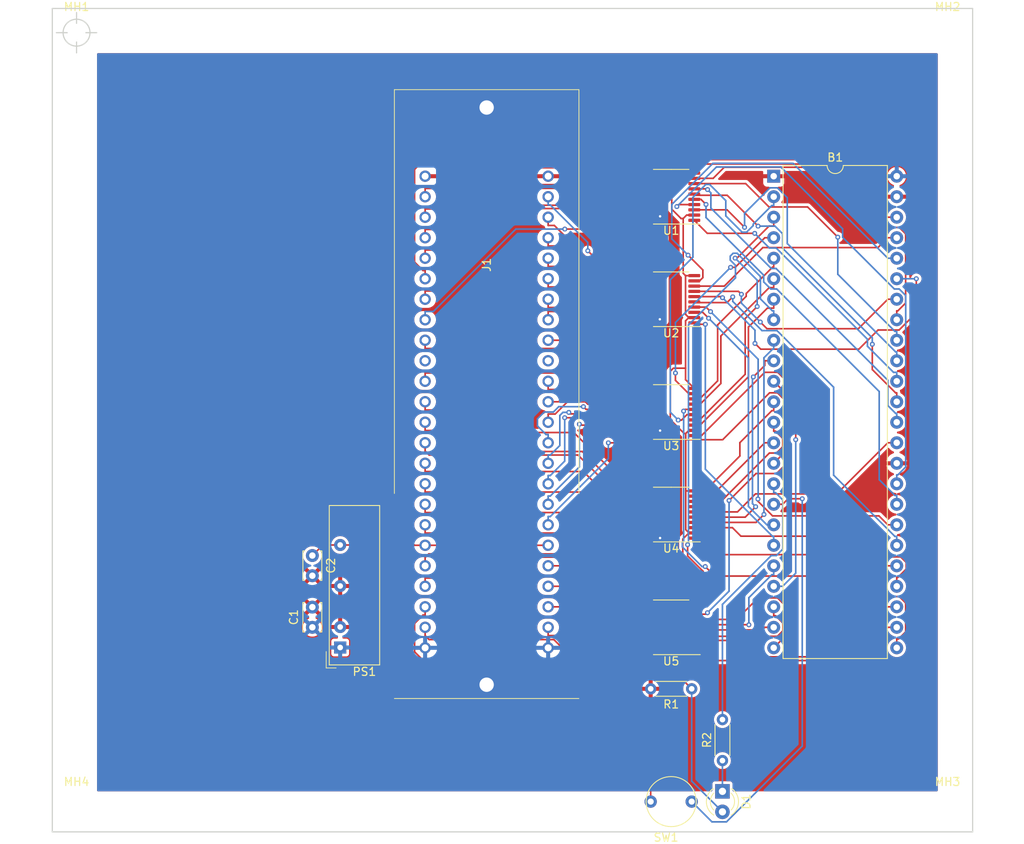
<source format=kicad_pcb>
(kicad_pcb (version 20221018) (generator pcbnew)
  (title_block (title "BionicBase Teensy 4.1 (Universal)") (company "Tadashi G. Takaoka"))
  (layers (0 "F.Cu" signal) (31 "B.Cu" signal) (34 "B.Paste" user) (35 "F.Paste" user) (36 "B.SilkS" user "B.Silkscreen") (37 "F.SilkS" user "F.Silkscreen") (38 "B.Mask" user) (39 "F.Mask" user) (44 "Edge.Cuts" user))
  (net 0 "")
  (net 1 "VCC")
  (net 2 "Net-(B1-P6.03)")
  (net 3 "Net-(B1-P6.02)")
  (net 4 "Net-(B1-P9.04)")
  (net 5 "Net-(B1-P9.05)")
  (net 6 "Net-(B1-P9.06)")
  (net 7 "Net-(B1-P9.08)")
  (net 8 "Net-(B1-P7.10)")
  (net 9 "Net-(B1-P7.17)")
  (net 10 "Net-(B1-P7.16)")
  (net 11 "Net-(B1-P7.11)")
  (net 12 "Net-(B1-P7.00)")
  (net 13 "Net-(B1-P7.02)")
  (net 14 "Net-(B1-P7.01)")
  (net 15 "+3.3V")
  (net 16 "Net-(B1-P6.30)")
  (net 17 "Net-(B1-P6.31)")
  (net 18 "Net-(B1-P8.18)")
  (net 19 "Net-(B1-P9.31)")
  (net 20 "Net-(B1-P8.23)")
  (net 21 "Net-(B1-P8.22)")
  (net 22 "Net-(B1-P7.12)")
  (net 23 "GND")
  (net 24 "Net-(B1-P9.07)")
  (net 25 "Net-(B1-P7.18)")
  (net 26 "Net-(B1-P7.19)")
  (net 27 "Net-(B1-P6.28)")
  (net 28 "Net-(B1-P6.29)")
  (net 29 "Net-(B1-P6.20)")
  (net 30 "Net-(B1-P6.21)")
  (net 31 "Net-(B1-P7.03{slash}LED)")
  (net 32 "Net-(B1-P6.18)")
  (net 33 "Net-(B1-P6.19)")
  (net 34 "Net-(B1-P6.23)")
  (net 35 "Net-(B1-P6.22)")
  (net 36 "Net-(B1-P6.17)")
  (net 37 "Net-(B1-P6.16)")
  (net 38 "Net-(B1-P6.26)")
  (net 39 "/P56")
  (net 40 "/P55")
  (net 41 "/P51")
  (net 42 "/P57")
  (net 43 "/P53")
  (net 44 "/P52")
  (net 45 "/P15")
  (net 46 "/P35")
  (net 47 "/P41")
  (net 48 "/P40")
  (net 49 "/P36")
  (net 50 "/P20")
  (net 51 "/P17")
  (net 52 "/P16")
  (net 53 "/P21")
  (net 54 "/P37")
  (net 55 "/P30")
  (net 56 "/P31")
  (net 57 "/P32")
  (net 58 "/P33")
  (net 59 "/P34")
  (net 60 "/P42")
  (net 61 "/P43")
  (net 62 "/P44")
  (net 63 "/P45")
  (net 64 "/P46")
  (net 65 "/P47")
  (net 66 "/P54")
  (net 67 "/P10")
  (net 68 "/P11")
  (net 69 "/P12")
  (net 70 "/P13")
  (net 71 "/P14")
  (net 72 "/P22")
  (net 73 "/P23")
  (net 74 "/P24")
  (net 75 "/P25")
  (net 76 "/P26")
  (net 77 "/P27")
  (net 78 "/P50")
  (net 79 "/~{USR_LED}")
  (net 80 "/~{USR_SW}")
  (net 81 "Net-(B1-P6.27)")
  (net 82 "Net-(B1-P6.24)")
  (net 83 "Net-(B1-P6.25)")
  (net 84 "Net-(D1-K)")
  (net 86 "/+15V")
  (net 88 "Net-(B1-P6.12)")
  (net 89 "Net-(B1-P6.13)")
  (footprint "MountingHole:MountingHole_2.2mm_M2" (layer "F.Cu") (at 183.5 44.6)
    (fp_text reference "MH2")
    (fp_text value "MountingHole_2.2mm_M2")
  )
  (footprint "MountingHole:MountingHole_2.2mm_M2" (layer "F.Cu") (at 183.5 140.6)
    (fp_text reference "MH3")
    (fp_text value "MountingHole_2.2mm_M2")
  )
  (footprint "MountingHole:MountingHole_2.2mm_M2" (layer "F.Cu") (at 75.6 140.6)
    (fp_text reference "MH4")
    (fp_text value "MountingHole_2.2mm_M2")
  )
  (footprint "MountingHole:MountingHole_2.2mm_M2" (layer "F.Cu") (at 75.6 44.6)
    (fp_text reference "MH1")
    (fp_text value "MountingHole_2.2mm_M2")
  )
  (footprint "Package_DIP:DIP-48_W15.24mm" (layer "F.Cu") (at 161.96 62.38)
    (fp_text reference "B1")
    (fp_text value "Teensy4.1")
  )
  (footprint "LED_THT:LED_D3.0mm" (layer "F.Cu") (at 155.61 138.58 -90)
    (fp_text reference "D1")
    (fp_text value "OSYL3131P")
  )
  (footprint "Resistor_THT:R_Axial_DIN0204_L3.6mm_D1.6mm_P5.08mm_Horizontal" (layer "F.Cu") (at 155.61 134.77 90)
    (fp_text reference "R2")
    (fp_text value "560")
  )
  (footprint "0-LocalLibrary:Tact_SW_6x6mm" (layer "F.Cu") (at 149.26 139.85 180)
    (fp_text reference "SW1")
    (fp_text value "Tact_SW")
  )
  (footprint "Resistor_THT:R_Axial_DIN0204_L3.6mm_D1.6mm_P5.08mm_Horizontal" (layer "F.Cu") (at 151.8 125.88 180)
    (fp_text reference "R1")
    (fp_text value "4.7k")
  )
  (footprint "Package_SO:TSSOP-20_4.4x6.5mm_P0.65mm" (layer "F.Cu") (at 149.26 91.59 180)
    (fp_text reference "U3")
    (fp_text value "TXS0108EPW")
  )
  (footprint "Package_SO:TSSOP-20_4.4x6.5mm_P0.65mm" (layer "F.Cu") (at 149.26 77.62 180)
    (fp_text reference "U2")
    (fp_text value "TXS0108EPW")
  )
  (footprint "0-LocalLibrary:Aries_ZIF_socket_DIP-48-pin" (layer "F.Cu") (at 126.4 76.35)
    (fp_text reference "J1")
    (fp_text value "Bionic_ZIF_Socket_48pin" hide)
  )
  (footprint "Package_SO:TSSOP-20_4.4x6.5mm_P0.65mm" (layer "F.Cu") (at 149.26 64.92 180)
    (fp_text reference "U1")
    (fp_text value "TXS0108EPW")
  )
  (footprint "Capacitor_THT:C_Disc_D3.4mm_W2.1mm_P2.50mm" (layer "F.Cu") (at 104.81 109.37 -90)
    (fp_text reference "C2")
    (fp_text value "1.0u")
  )
  (footprint "0-LocalLibrary:Converter_DCDC_Minmax_MAU100_THT" (layer "F.Cu") (at 108.2575 120.7625 180)
    (fp_text reference "PS1")
    (fp_text value "MAU105")
  )
  (footprint "Package_SO:TSSOP-20_4.4x6.5mm_P0.65mm" (layer "F.Cu") (at 149.26 118.26 180)
    (fp_text reference "U5")
    (fp_text value "TXS0108EPW")
  )
  (footprint "Package_SO:TSSOP-20_4.4x6.5mm_P0.65mm" (layer "F.Cu") (at 149.26 104.29 180)
    (fp_text reference "U4")
    (fp_text value "TXS0108EPW")
  )
  (footprint "Capacitor_THT:C_Disc_D3.4mm_W2.1mm_P2.50mm" (layer "F.Cu") (at 104.81 118.26 90)
    (fp_text reference "C1")
    (fp_text value "2.2u")
  )
  (gr_line (start 72.6 143.6) (end 72.6 41.6) (stroke (width 0.15)) (layer "Edge.Cuts"))
  (gr_line (start 72.6 41.6) (end 186.6 41.6) (stroke (width 0.15)) (layer "Edge.Cuts"))
  (gr_line (start 186.6 41.6) (end 186.6 143.6) (stroke (width 0.15)) (layer "Edge.Cuts"))
  (gr_line (start 186.6 143.6) (end 72.6 143.6) (stroke (width 0.15)) (layer "Edge.Cuts"))
  (target plus (at 75.6 44.6) (size 5) (width 0.15) (layer "Edge.Cuts"))
  (segment (start 147.8856 67.349) (end 147.7316 67.195) (width 0.2) (layer "F.Cu") (net 1))
  (segment (start 147.6465 79.895) (end 147.8552 80.1037) (width 0.2) (layer "F.Cu") (net 1))
  (segment (start 147.8856 107.2) (end 147.2506 106.565) (width 0.2) (layer "F.Cu") (net 1))
  (segment (start 147.7316 67.195) (end 146.3975 67.195) (width 0.2) (layer "F.Cu") (net 1))
  (segment (start 146.4242 93.8917) (end 146.3975 93.865) (width 0.2) (layer "F.Cu") (net 1))
  (segment (start 146.3975 79.895) (end 147.6465 79.895) (width 0.2) (layer "F.Cu") (net 1))
  (segment (start 147.2506 106.565) (end 146.3975 106.565) (width 0.2) (layer "F.Cu") (net 1))
  (segment (start 147.8856 93.8917) (end 146.4242 93.8917) (width 0.2) (layer "F.Cu") (net 1))
  (via (at 147.8856 67.349) (size 0.6) (drill 0.3) (layers "F.Cu" "B.Cu") (net 1))
  (via (at 147.8552 80.1037) (size 0.6) (drill 0.3) (layers "F.Cu" "B.Cu") (net 1))
  (via (at 147.8856 93.8917) (size 0.6) (drill 0.3) (layers "F.Cu" "B.Cu") (net 1))
  (via (at 147.8856 107.2) (size 0.6) (drill 0.3) (layers "F.Cu" "B.Cu") (net 1))
  (segment (start 150.5416 92.5896) (end 151.2162 91.915) (width 0.2) (layer "F.Cu") (net 2))
  (segment (start 150.1279 92.5896) (end 150.5416 92.5896) (width 0.2) (layer "F.Cu") (net 2))
  (segment (start 151.2162 91.915) (end 152.1225 91.915) (width 0.2) (layer "F.Cu") (net 2))
  (via (at 150.1279 92.5896) (size 0.6) (drill 0.3) (layers "F.Cu" "B.Cu") (net 2))
  (segment (start 150.1279 92.5896) (end 149.153 91.6147) (width 0.2) (layer "B.Cu") (net 2))
  (segment (start 154.015 63.3939) (end 156.0222 65.4011) (width 0.2) (layer "B.Cu") (net 2))
  (segment (start 159.4226 68.3154) (end 161.7161 66.0219) (width 0.2) (layer "B.Cu") (net 2))
  (segment (start 149.153 91.6147) (end 149.153 75.2096) (width 0.2) (layer "B.Cu") (net 2))
  (segment (start 149.153 75.2096) (end 151.9533 72.4093) (width 0.2) (layer "B.Cu") (net 2))
  (segment (start 156.0222 65.4011) (end 156.0222 67.293) (width 0.2) (layer "B.Cu") (net 2))
  (segment (start 158.0421 69.3129) (end 158.6035 69.3129) (width 0.2) (layer "B.Cu") (net 2))
  (segment (start 161.7161 66.0219) (end 161.96 66.0219) (width 0.2) (layer "B.Cu") (net 2))
  (segment (start 158.6035 69.3129) (end 159.4226 68.4938) (width 0.2) (layer "B.Cu") (net 2))
  (segment (start 153.5554 63.3939) (end 154.015 63.3939) (width 0.2) (layer "B.Cu") (net 2))
  (segment (start 156.0222 67.293) (end 158.0421 69.3129) (width 0.2) (layer "B.Cu") (net 2))
  (segment (start 151.9533 64.996) (end 153.5554 63.3939) (width 0.2) (layer "B.Cu") (net 2))
  (segment (start 159.4226 68.4938) (end 159.4226 68.3154) (width 0.2) (layer "B.Cu") (net 2))
  (segment (start 161.96 64.92) (end 161.96 66.0219) (width 0.2) (layer "B.Cu") (net 2))
  (segment (start 151.9533 72.4093) (end 151.9533 64.996) (width 0.2) (layer "B.Cu") (net 2))
  (segment (start 161.96 68.5619) (end 161.3748 68.5619) (width 0.2) (layer "F.Cu") (net 3))
  (segment (start 159.9134 78.5225) (end 158.427 80.0089) (width 0.2) (layer "F.Cu") (net 3))
  (segment (start 158.427 86.917) (end 152.779 92.565) (width 0.2) (layer "F.Cu") (net 3))
  (segment (start 157.4099 72.5268) (end 157.1828 72.5268) (width 0.2) (layer "F.Cu") (net 3))
  (segment (start 152.779 92.565) (end 152.1225 92.565) (width 0.2) (layer "F.Cu") (net 3))
  (segment (start 161.96 67.46) (end 161.96 68.5619) (width 0.2) (layer "F.Cu") (net 3))
  (segment (start 161.3748 68.5619) (end 157.4099 72.5268) (width 0.2) (layer "F.Cu") (net 3))
  (segment (start 158.427 80.0089) (end 158.427 86.917) (width 0.2) (layer "F.Cu") (net 3))
  (via (at 157.1828 72.5268) (size 0.6) (drill 0.3) (layers "F.Cu" "B.Cu") (net 3))
  (via (at 159.9134 78.5225) (size 0.6) (drill 0.3) (layers "F.Cu" "B.Cu") (net 3))
  (segment (start 159.9134 75.2574) (end 157.1828 72.5268) (width 0.2) (layer "B.Cu") (net 3))
  (segment (start 159.9134 78.5225) (end 159.9134 75.2574) (width 0.2) (layer "B.Cu") (net 3))
  (segment (start 152.1225 89.315) (end 151.4349 89.315) (width 0.2) (layer "F.Cu") (net 4))
  (segment (start 157.1903 73.6678) (end 156.6212 73.6678) (width 0.2) (layer "F.Cu") (net 4))
  (segment (start 149.7876 87.6677) (end 149.7876 86.7616) (width 0.2) (layer "F.Cu") (net 4))
  (segment (start 151.4349 89.315) (end 149.7876 87.6677) (width 0.2) (layer "F.Cu") (net 4))
  (segment (start 161.96 70) (end 160.8581 70) (width 0.2) (layer "F.Cu") (net 4))
  (segment (start 160.8581 70) (end 157.1903 73.6678) (width 0.2) (layer "F.Cu") (net 4))
  (via (at 156.6212 73.6678) (size 0.6) (drill 0.3) (layers "F.Cu" "B.Cu") (net 4))
  (via (at 149.7876 86.7616) (size 0.6) (drill 0.3) (layers "F.Cu" "B.Cu") (net 4))
  (segment (start 149.7876 80.5014) (end 156.6212 73.6678) (width 0.2) (layer "B.Cu") (net 4))
  (segment (start 149.7876 86.7616) (end 149.7876 80.5014) (width 0.2) (layer "B.Cu") (net 4))
  (segment (start 152.1225 89.965) (end 152.781 89.965) (width 0.2) (layer "F.Cu") (net 5))
  (segment (start 152.781 89.965) (end 155.0136 87.7324) (width 0.2) (layer "F.Cu") (net 5))
  (segment (start 161.8223 73.6419) (end 161.96 73.6419) (width 0.2) (layer "F.Cu") (net 5))
  (segment (start 158.5565 77.2538) (end 158.5565 76.9077) (width 0.2) (layer "F.Cu") (net 5))
  (segment (start 158.5565 76.9077) (end 161.8223 73.6419) (width 0.2) (layer "F.Cu") (net 5))
  (segment (start 155.0136 87.7324) (end 155.0136 80.7967) (width 0.2) (layer "F.Cu") (net 5))
  (segment (start 155.0136 80.7967) (end 158.5565 77.2538) (width 0.2) (layer "F.Cu") (net 5))
  (segment (start 161.96 72.54) (end 161.96 73.6419) (width 0.2) (layer "F.Cu") (net 5))
  (segment (start 155.4155 82.1693) (end 155.4155 88.05) (width 0.2) (layer "F.Cu") (net 6))
  (segment (start 161.96 75.08) (end 161.96 76.1819) (width 0.2) (layer "F.Cu") (net 6))
  (segment (start 161.96 76.1819) (end 161.4029 76.1819) (width 0.2) (layer "F.Cu") (net 6))
  (segment (start 155.4155 88.05) (end 152.8505 90.615) (width 0.2) (layer "F.Cu") (net 6))
  (segment (start 161.4029 76.1819) (end 155.4155 82.1693) (width 0.2) (layer "F.Cu") (net 6))
  (segment (start 152.8505 90.615) (end 152.1225 90.615) (width 0.2) (layer "F.Cu") (net 6))
  (segment (start 161.96 78.7219) (end 161.1717 78.7219) (width 0.2) (layer "F.Cu") (net 7))
  (segment (start 158.8289 81.0647) (end 158.8289 87.2222) (width 0.2) (layer "F.Cu") (net 7))
  (segment (start 161.1717 78.7219) (end 158.8289 81.0647) (width 0.2) (layer "F.Cu") (net 7))
  (segment (start 152.8361 93.215) (end 152.1225 93.215) (width 0.2) (layer "F.Cu") (net 7))
  (segment (start 161.96 77.62) (end 161.96 78.7219) (width 0.2) (layer "F.Cu") (net 7))
  (segment (start 158.8289 87.2222) (end 152.8361 93.215) (width 0.2) (layer "F.Cu") (net 7))
  (segment (start 151.2978 108.0243) (end 151.2978 109.4065) (width 0.2) (layer "F.Cu") (net 8))
  (segment (start 152.8113 115.985) (end 152.1225 115.985) (width 0.2) (layer "F.Cu") (net 8))
  (segment (start 153.2068 115.5895) (end 152.8113 115.985) (width 0.2) (layer "F.Cu") (net 8))
  (segment (start 151.2978 109.4065) (end 153.2068 111.3155) (width 0.2) (layer "F.Cu") (net 8))
  (segment (start 153.2068 111.3155) (end 153.2068 115.5895) (width 0.2) (layer "F.Cu") (net 8))
  (via (at 151.2978 108.0243) (size 0.6) (drill 0.3) (layers "F.Cu" "B.Cu") (net 8))
  (segment (start 151.4044 107.9177) (end 151.2978 108.0243) (width 0.2) (layer "B.Cu") (net 8))
  (segment (start 157.225 73.4204) (end 157.225 74.9758) (width 0.2) (layer "B.Cu") (net 8))
  (segment (start 161.96 79.0581) (end 161.7951 79.0581) (width 0.2) (layer "B.Cu") (net 8))
  (segment (start 157.4321 71.9249) (end 156.9336 71.9249) (width 0.2) (layer "B.Cu") (net 8))
  (segment (start 157.225 74.9758) (end 151.4044 80.7964) (width 0.2) (layer "B.Cu") (net 8))
  (segment (start 156.5784 72.7738) (end 157.225 73.4204) (width 0.2) (layer "B.Cu") (net 8))
  (segment (start 156.9336 71.9249) (end 156.5784 72.2801) (width 0.2) (layer "B.Cu") (net 8))
  (segment (start 151.4044 80.7964) (end 151.4044 107.9177) (width 0.2) (layer "B.Cu") (net 8))
  (segment (start 160.3153 74.8081) (end 157.4321 71.9249) (width 0.2) (layer "B.Cu") (net 8))
  (segment (start 161.7951 79.0581) (end 160.3153 77.5783) (width 0.2) (layer "B.Cu") (net 8))
  (segment (start 160.3153 77.5783) (end 160.3153 74.8081) (width 0.2) (layer "B.Cu") (net 8))
  (segment (start 161.96 80.16) (end 161.96 79.0581) (width 0.2) (layer "B.Cu") (net 8))
  (segment (start 156.5784 72.2801) (end 156.5784 72.7738) (width 0.2) (layer "B.Cu") (net 8))
  (segment (start 152.1225 105.265) (end 159.7664 105.265) (width 0.2) (layer "F.Cu") (net 9))
  (segment (start 159.7664 105.265) (end 160.7526 104.2788) (width 0.2) (layer "F.Cu") (net 9))
  (via (at 160.7526 104.2788) (size 0.6) (drill 0.3) (layers "F.Cu" "B.Cu") (net 9))
  (segment (start 160.7526 84.8716) (end 160.7526 104.2788) (width 0.2) (layer "B.Cu") (net 9))
  (segment (start 161.96 82.7) (end 161.96 83.8019) (width 0.2) (layer "B.Cu") (net 9))
  (segment (start 161.96 83.8019) (end 161.8223 83.8019) (width 0.2) (layer "B.Cu") (net 9))
  (segment (start 161.8223 83.8019) (end 160.7526 84.8716) (width 0.2) (layer "B.Cu") (net 9))
  (segment (start 158.4338 104.615) (end 159.7238 103.325) (width 0.2) (layer "F.Cu") (net 10))
  (segment (start 152.1225 104.615) (end 158.4338 104.615) (width 0.2) (layer "F.Cu") (net 10))
  (segment (start 160.8581 85.8171) (end 160.8581 85.24) (width 0.2) (layer "F.Cu") (net 10))
  (segment (start 161.96 85.24) (end 160.8581 85.24) (width 0.2) (layer "F.Cu") (net 10))
  (segment (start 159.4308 87.2444) (end 160.8581 85.8171) (width 0.2) (layer "F.Cu") (net 10))
  (via (at 159.4308 87.2444) (size 0.6) (drill 0.3) (layers "F.Cu" "B.Cu") (net 10))
  (via (at 159.7238 103.325) (size 0.6) (drill 0.3) (layers "F.Cu" "B.Cu") (net 10))
  (segment (start 159.7238 103.325) (end 159.3308 102.932) (width 0.2) (layer "B.Cu") (net 10))
  (segment (start 159.3308 102.932) (end 159.3308 87.3444) (width 0.2) (layer "B.Cu") (net 10))
  (segment (start 159.3308 87.3444) (end 159.4308 87.2444) (width 0.2) (layer "B.Cu") (net 10))
  (segment (start 153.5737 116.635) (end 153.7513 116.4574) (width 0.2) (layer "F.Cu") (net 11))
  (segment (start 156.43 102.5498) (end 159.7698 99.21) (width 0.2) (layer "F.Cu") (net 11))
  (segment (start 159.7698 99.21) (end 162.311 99.21) (width 0.2) (layer "F.Cu") (net 11))
  (segment (start 163.9383 97.5827) (end 163.9383 89.7583) (width 0.2) (layer "F.Cu") (net 11))
  (segment (start 163.9383 89.7583) (end 161.96 87.78) (width 0.2) (layer "F.Cu") (net 11))
  (segment (start 152.1225 116.635) (end 153.5737 116.635) (width 0.2) (layer "F.Cu") (net 11))
  (segment (start 162.311 99.21) (end 163.9383 97.5827) (width 0.2) (layer "F.Cu") (net 11))
  (via (at 153.7513 116.4574) (size 0.6) (drill 0.3) (layers "F.Cu" "B.Cu") (net 11))
  (via (at 156.43 102.5498) (size 0.6) (drill 0.3) (layers "F.Cu" "B.Cu") (net 11))
  (segment (start 153.7513 116.4574) (end 156.43 113.7787) (width 0.2) (layer "B.Cu") (net 11))
  (segment (start 156.43 113.7787) (end 156.43 102.5498) (width 0.2) (layer "B.Cu") (net 11))
  (segment (start 157.7701 97.0364) (end 157.7701 95.3834) (width 0.2) (layer "F.Cu") (net 12))
  (segment (start 152.7915 102.015) (end 157.7701 97.0364) (width 0.2) (layer "F.Cu") (net 12))
  (segment (start 157.7701 95.3834) (end 161.7316 91.4219) (width 0.2) (layer "F.Cu") (net 12))
  (segment (start 161.7316 91.4219) (end 161.96 91.4219) (width 0.2) (layer "F.Cu") (net 12))
  (segment (start 161.96 90.32) (end 161.96 91.4219) (width 0.2) (layer "F.Cu") (net 12))
  (segment (start 152.1225 102.015) (end 152.7915 102.015) (width 0.2) (layer "F.Cu") (net 12))
  (segment (start 161.96 93.9619) (end 162.1883 93.9619) (width 0.2) (layer "F.Cu") (net 13))
  (segment (start 161.96 92.86) (end 161.96 93.9619) (width 0.2) (layer "F.Cu") (net 13))
  (segment (start 163.0752 94.8488) (end 163.0752 95.9015) (width 0.2) (layer "F.Cu") (net 13))
  (segment (start 154.7828 103.315) (end 152.1225 103.315) (width 0.2) (layer "F.Cu") (net 13))
  (segment (start 162.3067 96.67) (end 161.4278 96.67) (width 0.2) (layer "F.Cu") (net 13))
  (segment (start 161.4278 96.67) (end 154.7828 103.315) (width 0.2) (layer "F.Cu") (net 13))
  (segment (start 162.1883 93.9619) (end 163.0752 94.8488) (width 0.2) (layer "F.Cu") (net 13))
  (segment (start 163.0752 95.9015) (end 162.3067 96.67) (width 0.2) (layer "F.Cu") (net 13))
  (segment (start 153.5931 102.665) (end 152.1225 102.665) (width 0.2) (layer "F.Cu") (net 14))
  (segment (start 160.8581 95.4) (end 153.5931 102.665) (width 0.2) (layer "F.Cu") (net 14))
  (segment (start 161.96 95.4) (end 160.8581 95.4) (width 0.2) (layer "F.Cu") (net 14))
  (segment (start 151.4398 61.995) (end 149.3307 64.1041) (width 0.2) (layer "F.Cu") (net 15))
  (segment (start 152.1225 61.995) (end 153.2457 60.8718) (width 0.2) (layer "F.Cu") (net 15))
  (segment (start 151.1754 67.195) (end 152.1225 67.195) (width 0.2) (layer "F.Cu") (net 15))
  (segment (start 149.1511 92.5307) (end 149.1511 86.542) (width 0.2) (layer "F.Cu") (net 15))
  (segment (start 151.0642 95.0207) (end 151.0642 94.2516) (width 0.2) (layer "F.Cu") (net 15))
  (segment (start 151.7691 114.9816) (end 151.0827 115.668) (width 0.2) (layer "F.Cu") (net 15))
  (segment (start 152.1225 79.895) (end 151.4428 79.895) (width 0.2) (layer "F.Cu") (net 15))
  (segment (start 161.4493 89.2112) (end 162.4293 89.2112) (width 0.2) (layer "F.Cu") (net 15))
  (segment (start 151.0642 94.2516) (end 151.4508 93.865) (width 0.2) (layer "F.Cu") (net 15))
  (segment (start 151.0387 79.4909) (end 151.0387 74.695) (width 0.2) (layer "F.Cu") (net 15))
  (segment (start 151.0498 120.9196) (end 151.4344 120.535) (width 0.2) (layer "F.Cu") (net 15))
  (segment (start 151.0642 101.365) (end 151.0642 106.168) (width 0.2) (layer "F.Cu") (net 15))
  (segment (start 152.1225 106.565) (end 151.4612 106.565) (width 0.2) (layer "F.Cu") (net 15))
  (segment (start 152.1225 61.995) (end 151.4398 61.995) (width 0.2) (layer "F.Cu") (net 15))
  (segment (start 153.2457 60.8718) (end 169.5099 60.8718) (width 0.2) (layer "F.Cu") (net 15))
  (segment (start 151.0827 115.668) (end 151.0827 120.1833) (width 0.2) (layer "F.Cu") (net 15))
  (segment (start 151.4344 120.535) (end 152.1225 120.535) (width 0.2) (layer "F.Cu") (net 15))
  (segment (start 177.2 67.46) (end 176.0981 67.46) (width 0.2) (layer "F.Cu") (net 15))
  (segment (start 151.0498 125.1298) (end 151.0498 120.9196) (width 0.2) (layer "F.Cu") (net 15))
  (segment (start 151.0642 95.0207) (end 155.6398 95.0207) (width 0.2) (layer "F.Cu") (net 15))
  (segment (start 150.6959 113.9084) (end 151.7691 114.9816) (width 0.2) (layer "F.Cu") (net 15))
  (segment (start 169.5099 60.8718) (end 176.0981 67.46) (width 0.2) (layer "F.Cu") (net 15))
  (segment (start 151.0642 101.365) (end 151.0642 95.0207) (width 0.2) (layer "F.Cu") (net 15))
  (segment (start 151.0387 74.695) (end 152.1225 74.695) (width 0.2) (layer "F.Cu") (net 15))
  (segment (start 151.0425 87.585) (end 152.1225 88.665) (width 0.2) (layer "F.Cu") (net 15))
  (segment (start 149.1511 86.542) (end 149.5335 86.1596) (width 0.2) (layer "F.Cu") (net 15))
  (segment (start 151.7691 114.9816) (end 152.1225 115.335) (width 0.2) (layer "F.Cu") (net 15))
  (segment (start 149.3307 64.1041) (end 149.3307 66.4659) (width 0.2) (layer "F.Cu") (net 15))
  (segment (start 151.0642 94.2516) (end 150.872 94.2516) (width 0.2) (layer "F.Cu") (net 15))
  (segment (start 151.4428 79.895) (end 151.0387 79.4909) (width 0.2) (layer "F.Cu") (net 15))
  (segment (start 151.4508 93.865) (end 152.1225 93.865) (width 0.2) (layer "F.Cu") (net 15))
  (segment (start 149.3307 66.4659) (end 150.4857 67.6209) (width 0.2) (layer "F.Cu") (net 15))
  (segment (start 150.6959 107.3303) (end 150.6959 113.9084) (width 0.2) (layer "F.Cu") (net 15))
  (segment (start 155.6398 95.0207) (end 161.4493 89.2112) (width 0.2) (layer "F.Cu") (net 15))
  (segment (start 162.4293 89.2112) (end 163.5146 90.2965) (width 0.2) (layer "F.Cu") (net 15))
  (segment (start 150.4857 67.6209) (end 150.7495 67.6209) (width 0.2) (layer "F.Cu") (net 15))
  (segment (start 163.5146 90.2965) (end 163.5146 96.3854) (width 0.2) (layer "F.Cu") (net 15))
  (segment (start 151.0642 106.168) (end 151.4612 106.565) (width 0.2) (layer "F.Cu") (net 15))
  (segment (start 150.7495 74.4058) (end 151.0387 74.695) (width 0.2) (layer "F.Cu") (net 15))
  (segment (start 151.4428 79.895) (end 151.0425 80.2953) (width 0.2) (layer "F.Cu") (net 15))
  (segment (start 151.4612 106.565) (end 150.6959 107.3303) (width 0.2) (layer "F.Cu") (net 15))
  (segment (start 150.872 94.2516) (end 149.1511 92.5307) (width 0.2) (layer "F.Cu") (net 15))
  (segment (start 151.8 125.88) (end 151.0498 125.1298) (width 0.2) (layer "F.Cu") (net 15))
  (segment (start 150.7495 67.6209) (end 150.7495 74.4058) (width 0.2) (layer "F.Cu") (net 15))
  (segment (start 151.0425 86.1596) (end 151.0425 87.585) (width 0.2) (layer "F.Cu") (net 15))
  (segment (start 152.1225 101.365) (end 151.0642 101.365) (width 0.2) (layer "F.Cu") (net 15))
  (segment (start 149.5335 86.1596) (end 151.0425 86.1596) (width 0.2) (layer "F.Cu") (net 15))
  (segment (start 150.7495 67.6209) (end 151.1754 67.195) (width 0.2) (layer "F.Cu") (net 15))
  (segment (start 151.0827 120.1833) (end 151.4344 120.535) (width 0.2) (layer "F.Cu") (net 15))
  (segment (start 151.0425 80.2953) (end 151.0425 86.1596) (width 0.2) (layer "F.Cu") (net 15))
  (segment (start 163.5146 96.3854) (end 161.96 97.94) (width 0.2) (layer "F.Cu") (net 15))
  (segment (start 151.8 137.31) (end 151.8 125.88) (width 0.2) (layer "B.Cu") (net 15))
  (segment (start 155.61 141.12) (end 151.8 137.31) (width 0.2) (layer "B.Cu") (net 15))
  (segment (start 152.1225 79.245) (end 153.1718 79.245) (width 0.2) (layer "F.Cu") (net 16))
  (segment (start 153.1718 79.245) (end 153.8991 79.9723) (width 0.2) (layer "F.Cu") (net 16))
  (via (at 153.8991 79.9723) (size 0.6) (drill 0.3) (layers "F.Cu" "B.Cu") (net 16))
  (segment (start 153.8991 79.9723) (end 158.8289 84.9021) (width 0.2) (layer "B.Cu") (net 16))
  (segment (start 158.8289 84.9021) (end 158.8289 103.2812) (width 0.2) (layer "B.Cu") (net 16))
  (segment (start 158.8289 103.2812) (end 161.1077 105.56) (width 0.2) (layer "B.Cu") (net 16))
  (segment (start 161.1077 105.56) (end 161.96 105.56) (width 0.2) (layer "B.Cu") (net 16))
  (segment (start 152.2997 80.7222) (end 153.4925 80.7222) (width 0.2) (layer "F.Cu") (net 17))
  (segment (start 152.1225 80.545) (end 152.2997 80.7222) (width 0.2) (layer "F.Cu") (net 17))
  (via (at 153.4925 80.7222) (size 0.6) (drill 0.3) (layers "F.Cu" "B.Cu") (net 17))
  (segment (start 153.4925 98.6703) (end 161.8203 106.9981) (width 0.2) (layer "B.Cu") (net 17))
  (segment (start 161.96 108.1) (end 161.96 106.9981) (width 0.2) (layer "B.Cu") (net 17))
  (segment (start 153.4925 80.7222) (end 153.4925 98.6703) (width 0.2) (layer "B.Cu") (net 17))
  (segment (start 161.8203 106.9981) (end 161.96 106.9981) (width 0.2) (layer "B.Cu") (net 17))
  (segment (start 158.8674 117.935) (end 158.8849 117.9525) (width 0.2) (layer "F.Cu") (net 18))
  (segment (start 152.1225 117.935) (end 158.8674 117.935) (width 0.2) (layer "F.Cu") (net 18))
  (via (at 158.8849 117.9525) (size 0.6) (drill 0.3) (layers "F.Cu" "B.Cu") (net 18))
  (segment (start 158.8849 117.9525) (end 158.8849 114.5886) (width 0.2) (layer "B.Cu") (net 18))
  (segment (start 161.7316 111.7419) (end 161.96 111.7419) (width 0.2) (layer "B.Cu") (net 18))
  (segment (start 161.96 110.64) (end 161.96 111.7419) (width 0.2) (layer "B.Cu") (net 18))
  (segment (start 158.8849 114.5886) (end 161.7316 111.7419) (width 0.2) (layer "B.Cu") (net 18))
  (segment (start 160.8514 86.675) (end 162.4607 86.675) (width 0.2) (layer "F.Cu") (net 19))
  (segment (start 153.0114 94.515) (end 160.8514 86.675) (width 0.2) (layer "F.Cu") (net 19))
  (segment (start 152.1225 94.515) (end 153.0114 94.515) (width 0.2) (layer "F.Cu") (net 19))
  (segment (start 162.4607 86.675) (end 164.6874 88.9017) (width 0.2) (layer "F.Cu") (net 19))
  (segment (start 164.6874 88.9017) (end 164.6874 95.0148) (width 0.2) (layer "F.Cu") (net 19))
  (via (at 164.6874 95.0148) (size 0.6) (drill 0.3) (layers "F.Cu" "B.Cu") (net 19))
  (segment (start 161.96 113.18) (end 163.0619 113.18) (width 0.2) (layer "B.Cu") (net 19))
  (segment (start 164.6874 111.5545) (end 163.0619 113.18) (width 0.2) (layer "B.Cu") (net 19))
  (segment (start 164.6874 95.0148) (end 164.6874 111.5545) (width 0.2) (layer "B.Cu") (net 19))
  (segment (start 152.2598 119.3723) (end 152.1225 119.235) (width 0.2) (layer "F.Cu") (net 20))
  (segment (start 163.0935 117.7271) (end 163.0935 118.6988) (width 0.2) (layer "F.Cu") (net 20))
  (segment (start 162.1883 116.8219) (end 163.0935 117.7271) (width 0.2) (layer "F.Cu") (net 20))
  (segment (start 161.96 115.72) (end 161.96 116.8219) (width 0.2) (layer "F.Cu") (net 20))
  (segment (start 161.96 116.8219) (end 162.1883 116.8219) (width 0.2) (layer "F.Cu") (net 20))
  (segment (start 162.42 119.3723) (end 152.2598 119.3723) (width 0.2) (layer "F.Cu") (net 20))
  (segment (start 163.0935 118.6988) (end 162.42 119.3723) (width 0.2) (layer "F.Cu") (net 20))
  (segment (start 160.5331 118.585) (end 160.8581 118.26) (width 0.2) (layer "F.Cu") (net 21))
  (segment (start 161.96 118.26) (end 160.8581 118.26) (width 0.2) (layer "F.Cu") (net 21))
  (segment (start 152.1225 118.585) (end 160.5331 118.585) (width 0.2) (layer "F.Cu") (net 21))
  (segment (start 157.3652 117.285) (end 160.0345 114.6157) (width 0.2) (layer "F.Cu") (net 22))
  (segment (start 163.5602 115.7404) (end 163.5602 119.1998) (width 0.2) (layer "F.Cu") (net 22))
  (segment (start 160.0345 114.6157) (end 162.4355 114.6157) (width 0.2) (layer "F.Cu") (net 22))
  (segment (start 163.5602 119.1998) (end 161.96 120.8) (width 0.2) (layer "F.Cu") (net 22))
  (segment (start 162.4355 114.6157) (end 163.5602 115.7404) (width 0.2) (layer "F.Cu") (net 22))
  (segment (start 152.1225 117.285) (end 157.3652 117.285) (width 0.2) (layer "F.Cu") (net 22))
  (segment (start 146.72 137.8725) (end 146.72 139.85) (width 0.2) (layer "F.Cu") (net 23))
  (segment (start 178.3054 118.821) (end 177.4283 119.6981) (width 0.2) (layer "F.Cu") (net 24))
  (segment (start 172.4947 111.91) (end 175.0347 114.45) (width 0.2) (layer "F.Cu") (net 24))
  (segment (start 177.5141 114.45) (end 178.3054 115.2413) (width 0.2) (layer "F.Cu") (net 24))
  (segment (start 153.4791 110.7367) (end 154.6524 111.91) (width 0.2) (layer "F.Cu") (net 24))
  (segment (start 152.1225 91.265) (end 151.015 91.265) (width 0.2) (layer "F.Cu") (net 24))
  (segment (start 178.3054 115.2413) (end 178.3054 118.821) (width 0.2) (layer "F.Cu") (net 24))
  (segment (start 177.2 120.8) (end 177.2 119.6981) (width 0.2) (layer "F.Cu") (net 24))
  (segment (start 175.0347 114.45) (end 177.5141 114.45) (width 0.2) (layer "F.Cu") (net 24))
  (segment (start 177.4283 119.6981) (end 177.2 119.6981) (width 0.2) (layer "F.Cu") (net 24))
  (segment (start 154.6524 111.91) (end 172.4947 111.91) (width 0.2) (layer "F.Cu") (net 24))
  (segment (start 151.015 91.265) (end 150.8025 91.4775) (width 0.2) (layer "F.Cu") (net 24))
  (via (at 153.4791 110.7367) (size 0.6) (drill 0.3) (layers "F.Cu" "B.Cu") (net 24))
  (via (at 150.8025 91.4775) (size 0.6) (drill 0.3) (layers "F.Cu" "B.Cu") (net 24))
  (segment (start 150.8025 91.4775) (end 150.8025 107.5296) (width 0.2) (layer "B.Cu") (net 24))
  (segment (start 153.0755 110.7367) (end 153.4791 110.7367) (width 0.2) (layer "B.Cu") (net 24))
  (segment (start 150.8025 107.5296) (end 150.6431 107.689) (width 0.2) (layer "B.Cu") (net 24))
  (segment (start 150.6431 107.689) (end 150.6431 108.3043) (width 0.2) (layer "B.Cu") (net 24))
  (segment (start 150.6431 108.3043) (end 153.0755 110.7367) (width 0.2) (layer "B.Cu") (net 24))
  (segment (start 177.6924 109.5381) (end 176.2868 109.5381) (width 0.2) (layer "F.Cu") (net 25))
  (segment (start 178.3669 110.2126) (end 177.6924 109.5381) (width 0.2) (layer "F.Cu") (net 25))
  (segment (start 176.2868 109.5381) (end 173.7203 106.9716) (width 0.2) (layer "F.Cu") (net 25))
  (segment (start 177.2 113.18) (end 177.2 112.0781) (width 0.2) (layer "F.Cu") (net 25))
  (segment (start 177.3377 112.0781) (end 178.3669 111.0489) (width 0.2) (layer "F.Cu") (net 25))
  (segment (start 156.8438 105.915) (end 152.1225 105.915) (width 0.2) (layer "F.Cu") (net 25))
  (segment (start 177.2 112.0781) (end 177.3377 112.0781) (width 0.2) (layer "F.Cu") (net 25))
  (segment (start 178.3669 111.0489) (end 178.3669 110.2126) (width 0.2) (layer "F.Cu") (net 25))
  (segment (start 173.7203 106.9716) (end 157.9004 106.9716) (width 0.2) (layer "F.Cu") (net 25))
  (segment (start 157.9004 106.9716) (end 156.8438 105.915) (width 0.2) (layer "F.Cu") (net 25))
  (segment (start 154.1633 109.2558) (end 174.7139 109.2558) (width 0.2) (layer "F.Cu") (net 26))
  (segment (start 174.7139 109.2558) (end 176.0981 110.64) (width 0.2) (layer "F.Cu") (net 26))
  (segment (start 152.1225 107.215) (end 154.1633 109.2558) (width 0.2) (layer "F.Cu") (net 26))
  (segment (start 177.2 110.64) (end 176.0981 110.64) (width 0.2) (layer "F.Cu") (net 26))
  (segment (start 152.1225 77.945) (end 152.2119 78.0344) (width 0.2) (layer "F.Cu") (net 27))
  (segment (start 156.1749 78.0344) (end 156.8858 77.3235) (width 0.2) (layer "F.Cu") (net 27))
  (segment (start 152.2119 78.0344) (end 156.1749 78.0344) (width 0.2) (layer "F.Cu") (net 27))
  (via (at 156.8858 77.3235) (size 0.6) (drill 0.3) (layers "F.Cu" "B.Cu") (net 27))
  (segment (start 169.3822 99.4087) (end 176.9716 106.9981) (width 0.2) (layer "B.Cu") (net 27))
  (segment (start 169.3822 88.5148) (end 169.3822 99.4087) (width 0.2) (layer "B.Cu") (net 27))
  (segment (start 156.8858 77.8834) (end 160.5075 81.5051) (width 0.2) (layer "B.Cu") (net 27))
  (segment (start 160.5075 81.5051) (end 162.3725 81.5051) (width 0.2) (layer "B.Cu") (net 27))
  (segment (start 162.3725 81.5051) (end 169.3822 88.5148) (width 0.2) (layer "B.Cu") (net 27))
  (segment (start 156.8858 77.3235) (end 156.8858 77.8834) (width 0.2) (layer "B.Cu") (net 27))
  (segment (start 176.9716 106.9981) (end 177.2 106.9981) (width 0.2) (layer "B.Cu") (net 27))
  (segment (start 177.2 108.1) (end 177.2 106.9981) (width 0.2) (layer "B.Cu") (net 27))
  (segment (start 177.2 105.56) (end 176.0981 105.56) (width 0.2) (layer "F.Cu") (net 28))
  (segment (start 160.0064 102.6442) (end 160.0064 102.3682) (width 0.2) (layer "F.Cu") (net 28))
  (segment (start 154.1387 79.1569) (end 153.5768 78.595) (width 0.2) (layer "F.Cu") (net 28))
  (segment (start 176.0981 105.56) (end 174.9962 104.4581) (width 0.2) (layer "F.Cu") (net 28))
  (segment (start 161.8203 104.4581) (end 160.0064 102.6442) (width 0.2) (layer "F.Cu") (net 28))
  (segment (start 174.9962 104.4581) (end 161.8203 104.4581) (width 0.2) (layer "F.Cu") (net 28))
  (segment (start 153.5768 78.595) (end 152.1225 78.595) (width 0.2) (layer "F.Cu") (net 28))
  (via (at 154.1387 79.1569) (size 0.6) (drill 0.3) (layers "F.Cu" "B.Cu") (net 28))
  (via (at 160.0064 102.3682) (size 0.6) (drill 0.3) (layers "F.Cu" "B.Cu") (net 28))
  (segment (start 160.0064 102.3682) (end 160.0327 102.3419) (width 0.2) (layer "B.Cu") (net 28))
  (segment (start 160.0327 85.0509) (end 154.1387 79.1569) (width 0.2) (layer "B.Cu") (net 28))
  (segment (start 160.0327 102.3419) (end 160.0327 85.0509) (width 0.2) (layer "B.Cu") (net 28))
  (segment (start 152.1225 65.245) (end 152.9444 65.245) (width 0.2) (layer "F.Cu") (net 29))
  (segment (start 152.9444 65.245) (end 153.5753 65.8759) (width 0.2) (layer "F.Cu") (net 29))
  (via (at 153.5753 65.8759) (size 0.6) (drill 0.3) (layers "F.Cu" "B.Cu") (net 29))
  (segment (start 160.7172 74.6417) (end 153.5753 67.4998) (width 0.2) (layer "B.Cu") (net 29))
  (segment (start 153.5753 67.4998) (end 153.5753 65.8759) (width 0.2) (layer "B.Cu") (net 29))
  (segment (start 176.9716 101.9181) (end 175.0302 99.9767) (width 0.2) (layer "B.Cu") (net 29))
  (segment (start 160.7172 75.467) (end 160.7172 74.6417) (width 0.2) (layer "B.Cu") (net 29))
  (segment (start 162.3303 76.35) (end 161.6002 76.35) (width 0.2) (layer "B.Cu") (net 29))
  (segment (start 161.6002 76.35) (end 160.7172 75.467) (width 0.2) (layer "B.Cu") (net 29))
  (segment (start 175.0302 89.0499) (end 162.3303 76.35) (width 0.2) (layer "B.Cu") (net 29))
  (segment (start 175.0302 99.9767) (end 175.0302 89.0499) (width 0.2) (layer "B.Cu") (net 29))
  (segment (start 177.2 103.02) (end 177.2 101.9181) (width 0.2) (layer "B.Cu") (net 29))
  (segment (start 177.2 101.9181) (end 176.9716 101.9181) (width 0.2) (layer "B.Cu") (net 29))
  (segment (start 152.1225 65.895) (end 150.2072 65.895) (width 0.2) (layer "F.Cu") (net 30))
  (segment (start 150.2072 65.895) (end 149.9618 66.1404) (width 0.2) (layer "F.Cu") (net 30))
  (via (at 149.9618 66.1404) (size 0.6) (drill 0.3) (layers "F.Cu" "B.Cu") (net 30))
  (segment (start 177.5069 76.35) (end 178.3104 77.1535) (width 0.2) (layer "B.Cu") (net 30))
  (segment (start 178.3104 77.1535) (end 178.3104 98.4054) (width 0.2) (layer "B.Cu") (net 30))
  (segment (start 149.9618 66.1404) (end 154.865 61.2372) (width 0.2) (layer "B.Cu") (net 30))
  (segment (start 170.5003 69.9481) (end 176.9022 76.35) (width 0.2) (layer "B.Cu") (net 30))
  (segment (start 170.5003 68.8931) (end 170.5003 69.9481) (width 0.2) (layer "B.Cu") (net 30))
  (segment (start 154.865 61.2372) (end 162.8444 61.2372) (width 0.2) (layer "B.Cu") (net 30))
  (segment (start 162.8444 61.2372) (end 170.5003 68.8931) (width 0.2) (layer "B.Cu") (net 30))
  (segment (start 176.9022 76.35) (end 177.5069 76.35) (width 0.2) (layer "B.Cu") (net 30))
  (segment (start 177.2 100.48) (end 177.2 99.3781) (width 0.2) (layer "B.Cu") (net 30))
  (segment (start 178.3104 98.4054) (end 177.3377 99.3781) (width 0.2) (layer "B.Cu") (net 30))
  (segment (start 177.3377 99.3781) (end 177.2 99.3781) (width 0.2) (layer "B.Cu") (net 30))
  (segment (start 169.765 101.7331) (end 159.7014 101.7331) (width 0.2) (layer "F.Cu") (net 31))
  (segment (start 177.2 95.4) (end 176.0981 95.4) (width 0.2) (layer "F.Cu") (net 31))
  (segment (start 159.7014 101.7331) (end 157.4695 103.965) (width 0.2) (layer "F.Cu") (net 31))
  (segment (start 176.0981 95.4) (end 169.765 101.7331) (width 0.2) (layer "F.Cu") (net 31))
  (segment (start 157.4695 103.965) (end 152.1225 103.965) (width 0.2) (layer "F.Cu") (net 31))
  (segment (start 153.6732 63.945) (end 153.7668 64.0386) (width 0.2) (layer "F.Cu") (net 32))
  (segment (start 152.1225 63.945) (end 153.6732 63.945) (width 0.2) (layer "F.Cu") (net 32))
  (via (at 153.7668 64.0386) (size 0.6) (drill 0.3) (layers "F.Cu" "B.Cu") (net 32))
  (segment (start 177.0621 91.7581) (end 176.0981 90.7941) (width 0.2) (layer "B.Cu") (net 32))
  (segment (start 177.2 92.86) (end 177.2 91.7581) (width 0.2) (layer "B.Cu") (net 32))
  (segment (start 154.1783 66.3311) (end 154.1783 64.4501) (width 0.2) (layer "B.Cu") (net 32))
  (segment (start 161.6572 73.81) (end 154.1783 66.3311) (width 0.2) (layer "B.Cu") (net 32))
  (segment (start 177.2 91.7581) (end 177.0621 91.7581) (width 0.2) (layer "B.Cu") (net 32))
  (segment (start 176.0981 87.6593) (end 162.2488 73.81) (width 0.2) (layer "B.Cu") (net 32))
  (segment (start 162.2488 73.81) (end 161.6572 73.81) (width 0.2) (layer "B.Cu") (net 32))
  (segment (start 154.1783 64.4501) (end 153.7668 64.0386) (width 0.2) (layer "B.Cu") (net 32))
  (segment (start 176.0981 90.7941) (end 176.0981 87.6593) (width 0.2) (layer "B.Cu") (net 32))
  (segment (start 177.2 90.32) (end 177.2 89.2181) (width 0.2) (layer "F.Cu") (net 33))
  (segment (start 152.2702 64.7427) (end 152.1225 64.595) (width 0.2) (layer "F.Cu") (net 33))
  (segment (start 177.2 89.2181) (end 177.0623 89.2181) (width 0.2) (layer "F.Cu") (net 33))
  (segment (start 177.0623 89.2181) (end 174.1747 86.3305) (width 0.2) (layer "F.Cu") (net 33))
  (segment (start 156.2026 64.7427) (end 152.2702 64.7427) (width 0.2) (layer "F.Cu") (net 33))
  (segment (start 174.1747 86.3305) (end 174.1747 83.1958) (width 0.2) (layer "F.Cu") (net 33))
  (segment (start 160.0245 68.5646) (end 156.2026 64.7427) (width 0.2) (layer "F.Cu") (net 33))
  (via (at 174.1747 83.1958) (size 0.6) (drill 0.3) (layers "F.Cu" "B.Cu") (net 33))
  (via (at 160.0245 68.5646) (size 0.6) (drill 0.3) (layers "F.Cu" "B.Cu") (net 33))
  (segment (start 174.1747 83.1958) (end 174.1747 82.4143) (width 0.2) (layer "B.Cu") (net 33))
  (segment (start 174.1747 82.4143) (end 163.0694 71.309) (width 0.2) (layer "B.Cu") (net 33))
  (segment (start 163.0694 69.5117) (end 162.1223 68.5646) (width 0.2) (layer "B.Cu") (net 33))
  (segment (start 163.0694 71.309) (end 163.0694 69.5117) (width 0.2) (layer "B.Cu") (net 33))
  (segment (start 162.1223 68.5646) (end 160.0245 68.5646) (width 0.2) (layer "B.Cu") (net 33))
  (segment (start 152.1225 67.845) (end 153.7341 69.4566) (width 0.2) (layer "F.Cu") (net 34))
  (segment (start 153.7341 69.4566) (end 159.6073 69.4566) (width 0.2) (layer "F.Cu") (net 34))
  (via (at 159.6073 69.4566) (size 0.6) (drill 0.3) (layers "F.Cu" "B.Cu") (net 34))
  (segment (start 159.6073 69.4566) (end 161.4207 71.27) (width 0.2) (layer "B.Cu") (net 34))
  (segment (start 173.5728 83.445) (end 176.8059 86.6781) (width 0.2) (layer "B.Cu") (net 34))
  (segment (start 161.4207 71.27) (end 162.2673 71.27) (width 0.2) (layer "B.Cu") (net 34))
  (segment (start 162.2673 71.27) (end 173.5728 82.5755) (width 0.2) (layer "B.Cu") (net 34))
  (segment (start 173.5728 82.5755) (end 173.5728 83.445) (width 0.2) (layer "B.Cu") (net 34))
  (segment (start 177.2 87.78) (end 177.2 86.6781) (width 0.2) (layer "B.Cu") (net 34))
  (segment (start 176.8059 86.6781) (end 177.2 86.6781) (width 0.2) (layer "B.Cu") (net 34))
  (segment (start 156.1857 66.545) (end 158.3516 68.7109) (width 0.2) (layer "F.Cu") (net 35))
  (segment (start 152.1225 66.545) (end 156.1857 66.545) (width 0.2) (layer "F.Cu") (net 35))
  (via (at 158.3516 68.7109) (size 0.6) (drill 0.3) (layers "F.Cu" "B.Cu") (net 35))
  (segment (start 162.4165 63.8181) (end 161.5035 63.8181) (width 0.2) (layer "B.Cu") (net 35))
  (segment (start 177.2 84.1381) (end 177.0621 84.1381) (width 0.2) (layer "B.Cu") (net 35))
  (segment (start 158.3516 66.97) (end 158.3516 68.7109) (width 0.2) (layer "B.Cu") (net 35))
  (segment (start 177.0621 84.1381) (end 163.6409 70.7169) (width 0.2) (layer "B.Cu") (net 35))
  (segment (start 177.2 85.24) (end 177.2 84.1381) (width 0.2) (layer "B.Cu") (net 35))
  (segment (start 161.5035 63.8181) (end 158.3516 66.97) (width 0.2) (layer "B.Cu") (net 35))
  (segment (start 163.6409 65.0425) (end 162.4165 63.8181) (width 0.2) (layer "B.Cu") (net 35))
  (segment (start 163.6409 70.7169) (end 163.6409 65.0425) (width 0.2) (layer "B.Cu") (net 35))
  (segment (start 158.4853 63.295) (end 161.3803 66.19) (width 0.2) (layer "F.Cu") (net 36))
  (segment (start 166.1593 66.19) (end 169.8984 69.9291) (width 0.2) (layer "F.Cu") (net 36))
  (segment (start 152.1225 63.295) (end 158.4853 63.295) (width 0.2) (layer "F.Cu") (net 36))
  (segment (start 161.3803 66.19) (end 166.1593 66.19) (width 0.2) (layer "F.Cu") (net 36))
  (via (at 169.8984 69.9291) (size 0.6) (drill 0.3) (layers "F.Cu" "B.Cu") (net 36))
  (segment (start 177.2 82.7) (end 177.2 81.5981) (width 0.2) (layer "B.Cu") (net 36))
  (segment (start 176.9716 81.5981) (end 169.8984 74.5249) (width 0.2) (layer "B.Cu") (net 36))
  (segment (start 177.2 81.5981) (end 176.9716 81.5981) (width 0.2) (layer "B.Cu") (net 36))
  (segment (start 169.8984 74.5249) (end 169.8984 69.9291) (width 0.2) (layer "B.Cu") (net 36))
  (segment (start 177.5165 68.73) (end 178.3032 69.5167) (width 0.2) (layer "F.Cu") (net 37))
  (segment (start 155.8285 61.2739) (end 169.1691 61.2739) (width 0.2) (layer "F.Cu") (net 37))
  (segment (start 177.3377 79.0581) (end 177.2 79.0581) (width 0.2) (layer "F.Cu") (net 37))
  (segment (start 178.3032 69.5167) (end 178.3032 78.0926) (width 0.2) (layer "F.Cu") (net 37))
  (segment (start 154.4574 62.645) (end 155.8285 61.2739) (width 0.2) (layer "F.Cu") (net 37))
  (segment (start 176.6252 68.73) (end 177.5165 68.73) (width 0.2) (layer "F.Cu") (net 37))
  (segment (start 177.2 80.16) (end 177.2 79.0581) (width 0.2) (layer "F.Cu") (net 37))
  (segment (start 178.3032 78.0926) (end 177.3377 79.0581) (width 0.2) (layer "F.Cu") (net 37))
  (segment (start 169.1691 61.2739) (end 176.6252 68.73) (width 0.2) (layer "F.Cu") (net 37))
  (segment (start 152.1225 62.645) (end 154.4574 62.645) (width 0.2) (layer "F.Cu") (net 37))
  (segment (start 172.4499 81.2682) (end 176.0981 77.62) (width 0.2) (layer "F.Cu") (net 38))
  (segment (start 161.1217 81.2682) (end 172.4499 81.2682) (width 0.2) (layer "F.Cu") (net 38))
  (segment (start 160.2991 80.4456) (end 161.1217 81.2682) (width 0.2) (layer "F.Cu") (net 38))
  (segment (start 152.1225 76.645) (end 157.5951 76.645) (width 0.2) (layer "F.Cu") (net 38))
  (segment (start 177.2 77.62) (end 176.0981 77.62) (width 0.2) (layer "F.Cu") (net 38))
  (segment (start 157.5951 76.645) (end 157.9546 77.0045) (width 0.2) (layer "F.Cu") (net 38))
  (via (at 157.9546 77.0045) (size 0.6) (drill 0.3) (layers "F.Cu" "B.Cu") (net 38))
  (via (at 160.2991 80.4456) (size 0.6) (drill 0.3) (layers "F.Cu" "B.Cu") (net 38))
  (segment (start 157.9546 77.0045) (end 157.9546 78.1011) (width 0.2) (layer "B.Cu") (net 38))
  (segment (start 157.9546 78.1011) (end 160.2991 80.4456) (width 0.2) (layer "B.Cu") (net 38))
  (segment (start 134.02 115.72) (end 141.367 115.72) (width 0.2) (layer "F.Cu") (net 39))
  (segment (start 145.532 119.885) (end 146.3975 119.885) (width 0.2) (layer "F.Cu") (net 39))
  (segment (start 141.367 115.72) (end 145.532 119.885) (width 0.2) (layer "F.Cu") (net 39))
  (segment (start 146.3975 119.235) (end 145.6872 119.235) (width 0.2) (layer "F.Cu") (net 40))
  (segment (start 139.6322 113.18) (end 134.02 113.18) (width 0.2) (layer "F.Cu") (net 40))
  (segment (start 145.6872 119.235) (end 139.6322 113.18) (width 0.2) (layer "F.Cu") (net 40))
  (segment (start 146.3975 116.635) (end 144.7092 116.635) (width 0.2) (layer "F.Cu") (net 41))
  (segment (start 137.6441 109.5699) (end 122.3901 109.5699) (width 0.2) (layer "F.Cu") (net 41))
  (segment (start 122.3901 109.5699) (end 119.8019 112.1581) (width 0.2) (layer "F.Cu") (net 41))
  (segment (start 118.78 113.18) (end 118.78 112.1581) (width 0.2) (layer "F.Cu") (net 41))
  (segment (start 119.8019 112.1581) (end 118.78 112.1581) (width 0.2) (layer "F.Cu") (net 41))
  (segment (start 144.7092 116.635) (end 137.6441 109.5699) (width 0.2) (layer "F.Cu") (net 41))
  (segment (start 146.3975 121.185) (end 143.8392 121.185) (width 0.2) (layer "F.Cu") (net 42))
  (segment (start 143.8392 121.185) (end 141.9361 119.2819) (width 0.2) (layer "F.Cu") (net 42))
  (segment (start 134.02 118.26) (end 134.02 119.2819) (width 0.2) (layer "F.Cu") (net 42))
  (segment (start 141.9361 119.2819) (end 134.02 119.2819) (width 0.2) (layer "F.Cu") (net 42))
  (segment (start 147.4519 118.3328) (end 147.4519 121.5153) (width 0.2) (layer "F.Cu") (net 43))
  (segment (start 119.2762 119.7781) (end 118.78 119.2819) (width 0.2) (layer "F.Cu") (net 43))
  (segment (start 136.6893 121.7441) (end 134.7233 119.7781) (width 0.2) (layer "F.Cu") (net 43))
  (segment (start 118.78 118.26) (end 118.78 119.2819) (width 0.2) (layer "F.Cu") (net 43))
  (segment (start 147.0541 117.935) (end 147.4519 118.3328) (width 0.2) (layer "F.Cu") (net 43))
  (segment (start 147.4519 121.5153) (end 147.2231 121.7441) (width 0.2) (layer "F.Cu") (net 43))
  (segment (start 146.3975 117.935) (end 147.0541 117.935) (width 0.2) (layer "F.Cu") (net 43))
  (segment (start 147.2231 121.7441) (end 136.6893 121.7441) (width 0.2) (layer "F.Cu") (net 43))
  (segment (start 134.7233 119.7781) (end 119.2762 119.7781) (width 0.2) (layer "F.Cu") (net 43))
  (segment (start 118.78 115.72) (end 118.78 116.7419) (width 0.2) (layer "F.Cu") (net 44))
  (segment (start 147.4189 122.1625) (end 118.3405 122.1625) (width 0.2) (layer "F.Cu") (net 44))
  (segment (start 146.3975 117.285) (end 147.0863 117.285) (width 0.2) (layer "F.Cu") (net 44))
  (segment (start 118.3405 122.1625) (end 117.4748 121.2968) (width 0.2) (layer "F.Cu") (net 44))
  (segment (start 117.4748 121.2968) (end 117.4748 117.7833) (width 0.2) (layer "F.Cu") (net 44))
  (segment (start 147.0863 117.285) (end 147.8638 118.0625) (width 0.2) (layer "F.Cu") (net 44))
  (segment (start 147.8638 118.0625) (end 147.8638 121.7176) (width 0.2) (layer "F.Cu") (net 44))
  (segment (start 118.5162 116.7419) (end 118.78 116.7419) (width 0.2) (layer "F.Cu") (net 44))
  (segment (start 147.8638 121.7176) (end 147.4189 122.1625) (width 0.2) (layer "F.Cu") (net 44))
  (segment (start 117.4748 117.7833) (end 118.5162 116.7419) (width 0.2) (layer "F.Cu") (net 44))
  (segment (start 146.3975 65.895) (end 141.1729 65.895) (width 0.2) (layer "F.Cu") (net 45))
  (segment (start 141.1729 65.895) (end 140.6861 66.3818) (width 0.2) (layer "F.Cu") (net 45))
  (segment (start 119.8019 76.5981) (end 118.78 76.5981) (width 0.2) (layer "F.Cu") (net 45))
  (segment (start 118.78 77.62) (end 118.78 76.5981) (width 0.2) (layer "F.Cu") (net 45))
  (segment (start 140.6861 66.3818) (end 130.0182 66.3818) (width 0.2) (layer "F.Cu") (net 45))
  (segment (start 130.0182 66.3818) (end 119.8019 76.5981) (width 0.2) (layer "F.Cu") (net 45))
  (segment (start 139.6021 101.5019) (end 118.78 101.5019) (width 0.2) (layer "F.Cu") (net 46))
  (segment (start 143.3652 105.265) (end 139.6021 101.5019) (width 0.2) (layer "F.Cu") (net 46))
  (segment (start 118.78 100.48) (end 118.78 101.5019) (width 0.2) (layer "F.Cu") (net 46))
  (segment (start 146.3975 105.265) (end 143.3652 105.265) (width 0.2) (layer "F.Cu") (net 46))
  (segment (start 146.3975 89.965) (end 146.3562 89.9237) (width 0.2) (layer "F.Cu") (net 47))
  (segment (start 146.3562 89.9237) (end 135.7182 89.9237) (width 0.2) (layer "F.Cu") (net 47))
  (segment (start 134.02 90.32) (end 135.3219 90.32) (width 0.2) (layer "F.Cu") (net 47))
  (segment (start 135.7182 89.9237) (end 135.3219 90.32) (width 0.2) (layer "F.Cu") (net 47))
  (segment (start 135.0419 88.8019) (end 134.02 88.8019) (width 0.2) (layer "F.Cu") (net 48))
  (segment (start 134.02 87.78) (end 134.02 88.8019) (width 0.2) (layer "F.Cu") (net 48))
  (segment (start 135.555 89.315) (end 135.0419 88.8019) (width 0.2) (layer "F.Cu") (net 48))
  (segment (start 146.3975 89.315) (end 135.555 89.315) (width 0.2) (layer "F.Cu") (net 48))
  (segment (start 146.3975 105.915) (end 139.7218 105.915) (width 0.2) (layer "F.Cu") (net 49))
  (segment (start 118.78 103.02) (end 118.78 104.0419) (width 0.2) (layer "F.Cu") (net 49))
  (segment (start 139.7218 105.915) (end 137.8487 104.0419) (width 0.2) (layer "F.Cu") (net 49))
  (segment (start 137.8487 104.0419) (end 118.78 104.0419) (width 0.2) (layer "F.Cu") (net 49))
  (segment (start 146.3975 75.345) (end 142.6587 75.345) (width 0.2) (layer "F.Cu") (net 50))
  (segment (start 142.6587 75.345) (end 138.9323 71.6186) (width 0.2) (layer "F.Cu") (net 50))
  (via (at 138.9323 71.6186) (size 0.6) (drill 0.3) (layers "F.Cu" "B.Cu") (net 50))
  (segment (start 134.02 64.92) (end 134.02 65.9419) (width 0.2) (layer "B.Cu") (net 50))
  (segment (start 138.9323 70.5904) (end 134.2838 65.9419) (width 0.2) (layer "B.Cu") (net 50))
  (segment (start 134.2838 65.9419) (end 134.02 65.9419) (width 0.2) (layer "B.Cu") (net 50))
  (segment (start 138.9323 71.6186) (end 138.9323 70.5904) (width 0.2) (layer "B.Cu") (net 50))
  (segment (start 148.4971 69.9446) (end 148.4971 80.3167) (width 0.2) (layer "F.Cu") (net 51))
  (segment (start 118.78 82.7) (end 118.78 83.7219) (width 0.2) (layer "F.Cu") (net 51))
  (segment (start 145.0919 83.7219) (end 118.78 83.7219) (width 0.2) (layer "F.Cu") (net 51))
  (segment (start 148.4971 80.3167) (end 145.0919 83.7219) (width 0.2) (layer "F.Cu") (net 51))
  (segment (start 146.3975 67.845) (end 148.4971 69.9446) (width 0.2) (layer "F.Cu") (net 51))
  (segment (start 140.8326 68.9282) (end 143.2158 66.545) (width 0.2) (layer "F.Cu") (net 52))
  (segment (start 136.0832 68.9282) (end 140.8326 68.9282) (width 0.2) (layer "F.Cu") (net 52))
  (segment (start 143.2158 66.545) (end 146.3975 66.545) (width 0.2) (layer "F.Cu") (net 52))
  (via (at 136.0832 68.9282) (size 0.6) (drill 0.3) (layers "F.Cu" "B.Cu") (net 52))
  (segment (start 118.78 80.16) (end 118.78 79.1381) (width 0.2) (layer "B.Cu") (net 52))
  (segment (start 119.8019 79.1381) (end 130.0118 68.9282) (width 0.2) (layer "B.Cu") (net 52))
  (segment (start 130.0118 68.9282) (end 136.0832 68.9282) (width 0.2) (layer "B.Cu") (net 52))
  (segment (start 118.78 79.1381) (end 119.8019 79.1381) (width 0.2) (layer "B.Cu") (net 52))
  (segment (start 142.2989 75.995) (end 146.3975 75.995) (width 0.2) (layer "F.Cu") (net 53))
  (segment (start 134.02 68.4819) (end 134.7858 68.4819) (width 0.2) (layer "F.Cu") (net 53))
  (segment (start 134.02 67.46) (end 134.02 68.4819) (width 0.2) (layer "F.Cu") (net 53))
  (segment (start 134.7858 68.4819) (end 142.2989 75.995) (width 0.2) (layer "F.Cu") (net 53))
  (segment (start 145.4946 107.215) (end 144.8615 106.5819) (width 0.2) (layer "F.Cu") (net 54))
  (segment (start 146.3975 107.215) (end 145.4946 107.215) (width 0.2) (layer "F.Cu") (net 54))
  (segment (start 144.8615 106.5819) (end 118.78 106.5819) (width 0.2) (layer "F.Cu") (net 54))
  (segment (start 118.78 105.56) (end 118.78 106.5819) (width 0.2) (layer "F.Cu") (net 54))
  (segment (start 148.5007 89.3934) (end 145.8654 86.7581) (width 0.2) (layer "F.Cu") (net 55))
  (segment (start 118.78 87.78) (end 118.78 86.7581) (width 0.2) (layer "F.Cu") (net 55))
  (segment (start 148.5007 100.5808) (end 148.5007 89.3934) (width 0.2) (layer "F.Cu") (net 55))
  (segment (start 146.3975 102.015) (end 147.0665 102.015) (width 0.2) (layer "F.Cu") (net 55))
  (segment (start 145.8654 86.7581) (end 118.78 86.7581) (width 0.2) (layer "F.Cu") (net 55))
  (segment (start 147.0665 102.015) (end 148.5007 100.5808) (width 0.2) (layer "F.Cu") (net 55))
  (segment (start 145.7372 102.665) (end 137.2022 94.13) (width 0.2) (layer "F.Cu") (net 56))
  (segment (start 119.8019 91.3419) (end 118.78 91.3419) (width 0.2) (layer "F.Cu") (net 56))
  (segment (start 122.59 94.13) (end 119.8019 91.3419) (width 0.2) (layer "F.Cu") (net 56))
  (segment (start 146.3975 102.665) (end 145.7372 102.665) (width 0.2) (layer "F.Cu") (net 56))
  (segment (start 137.2022 94.13) (end 122.59 94.13) (width 0.2) (layer "F.Cu") (net 56))
  (segment (start 118.78 90.32) (end 118.78 91.3419) (width 0.2) (layer "F.Cu") (net 56))
  (segment (start 118.78 92.86) (end 118.78 93.8819) (width 0.2) (layer "F.Cu") (net 57))
  (segment (start 122.4005 96.4805) (end 119.8019 93.8819) (width 0.2) (layer "F.Cu") (net 57))
  (segment (start 146.3975 103.315) (end 145.0814 103.315) (width 0.2) (layer "F.Cu") (net 57))
  (segment (start 138.2469 96.4805) (end 122.4005 96.4805) (width 0.2) (layer "F.Cu") (net 57))
  (segment (start 145.0814 103.315) (end 138.2469 96.4805) (width 0.2) (layer "F.Cu") (net 57))
  (segment (start 119.8019 93.8819) (end 118.78 93.8819) (width 0.2) (layer "F.Cu") (net 57))
  (segment (start 119.2762 96.9181) (end 137.7116 96.9181) (width 0.2) (layer "F.Cu") (net 58))
  (segment (start 144.7585 103.965) (end 146.3975 103.965) (width 0.2) (layer "F.Cu") (net 58))
  (segment (start 137.7116 96.9181) (end 144.7585 103.965) (width 0.2) (layer "F.Cu") (net 58))
  (segment (start 118.78 96.4219) (end 119.2762 96.9181) (width 0.2) (layer "F.Cu") (net 58))
  (segment (start 118.78 95.4) (end 118.78 96.4219) (width 0.2) (layer "F.Cu") (net 58))
  (segment (start 144.0315 104.615) (end 138.3784 98.9619) (width 0.2) (layer "F.Cu") (net 59))
  (segment (start 146.3975 104.615) (end 144.0315 104.615) (width 0.2) (layer "F.Cu") (net 59))
  (segment (start 138.3784 98.9619) (end 118.78 98.9619) (width 0.2) (layer "F.Cu") (net 59))
  (segment (start 118.78 97.94) (end 118.78 98.9619) (width 0.2) (layer "F.Cu") (net 59))
  (segment (start 134.02 92.86) (end 134.02 91.8381) (width 0.2) (layer "F.Cu") (net 60))
  (segment (start 146.3975 90.615) (end 138.9255 90.615) (width 0.2) (layer "F.Cu") (net 60))
  (segment (start 134.8946 91.8381) (end 134.02 91.8381) (width 0.2) (layer "F.Cu") (net 60))
  (segment (start 136.4071 90.3256) (end 134.8946 91.8381) (width 0.2) (layer "F.Cu") (net 60))
  (segment (start 138.9255 90.615) (end 138.6361 90.3256) (width 0.2) (layer "F.Cu") (net 60))
  (segment (start 138.6361 90.3256) (end 136.4071 90.3256) (width 0.2) (layer "F.Cu") (net 60))
  (segment (start 138.7243 91.265) (end 138.3868 90.9275) (width 0.2) (layer "F.Cu") (net 61))
  (segment (start 146.3975 91.265) (end 138.7243 91.265) (width 0.2) (layer "F.Cu") (net 61))
  (via (at 138.3868 90.9275) (size 0.6) (drill 0.3) (layers "F.Cu" "B.Cu") (net 61))
  (segment (start 135.3327 90.9275) (end 134.6702 91.59) (width 0.2) (layer "B.Cu") (net 61))
  (segment (start 134.02 95.4) (end 134.02 94.3781) (width 0.2) (layer "B.Cu") (net 61))
  (segment (start 134.6702 91.59) (end 133.5367 91.59) (width 0.2) (layer "B.Cu") (net 61))
  (segment (start 133.7562 94.3781) (end 134.02 94.3781) (width 0.2) (layer "B.Cu") (net 61))
  (segment (start 132.6947 93.3166) (end 133.7562 94.3781) (width 0.2) (layer "B.Cu") (net 61))
  (segment (start 133.5367 91.59) (end 132.6947 92.432) (width 0.2) (layer "B.Cu") (net 61))
  (segment (start 132.6947 92.432) (end 132.6947 93.3166) (width 0.2) (layer "B.Cu") (net 61))
  (segment (start 138.3868 90.9275) (end 135.3327 90.9275) (width 0.2) (layer "B.Cu") (net 61))
  (segment (start 136.7653 91.8208) (end 136.579 91.6345) (width 0.2) (layer "F.Cu") (net 62))
  (segment (start 146.3975 91.915) (end 146.3033 91.8208) (width 0.2) (layer "F.Cu") (net 62))
  (segment (start 146.3033 91.8208) (end 136.7653 91.8208) (width 0.2) (layer "F.Cu") (net 62))
  (via (at 136.579 91.6345) (size 0.6) (drill 0.3) (layers "F.Cu" "B.Cu") (net 62))
  (segment (start 135.4647 95.7372) (end 134.2838 96.9181) (width 0.2) (layer "B.Cu") (net 62))
  (segment (start 136.579 91.6345) (end 135.8467 91.6345) (width 0.2) (layer "B.Cu") (net 62))
  (segment (start 135.8467 91.6345) (end 135.4647 92.0165) (width 0.2) (layer "B.Cu") (net 62))
  (segment (start 135.4647 92.0165) (end 135.4647 95.7372) (width 0.2) (layer "B.Cu") (net 62))
  (segment (start 134.02 97.94) (end 134.02 96.9181) (width 0.2) (layer "B.Cu") (net 62))
  (segment (start 134.2838 96.9181) (end 134.02 96.9181) (width 0.2) (layer "B.Cu") (net 62))
  (segment (start 145.0915 92.2973) (end 136.0688 92.2973) (width 0.2) (layer "F.Cu") (net 63))
  (segment (start 145.3592 92.565) (end 145.0915 92.2973) (width 0.2) (layer "F.Cu") (net 63))
  (segment (start 146.3975 92.565) (end 145.3592 92.565) (width 0.2) (layer "F.Cu") (net 63))
  (via (at 136.0688 92.2973) (size 0.6) (drill 0.3) (layers "F.Cu" "B.Cu") (net 63))
  (segment (start 134.02 100.48) (end 134.02 99.4581) (width 0.2) (layer "B.Cu") (net 63))
  (segment (start 134.2838 99.4581) (end 136.0688 97.6731) (width 0.2) (layer "B.Cu") (net 63))
  (segment (start 136.0688 97.6731) (end 136.0688 92.2973) (width 0.2) (layer "B.Cu") (net 63))
  (segment (start 134.02 99.4581) (end 134.2838 99.4581) (width 0.2) (layer "B.Cu") (net 63))
  (segment (start 146.3975 93.215) (end 137.9986 93.215) (width 0.2) (layer "F.Cu") (net 64))
  (segment (start 137.9986 93.215) (end 137.8831 93.0995) (width 0.2) (layer "F.Cu") (net 64))
  (via (at 137.8831 93.0995) (size 0.6) (drill 0.3) (layers "F.Cu" "B.Cu") (net 64))
  (segment (start 134.02 103.02) (end 134.02 101.9981) (width 0.2) (layer "B.Cu") (net 64))
  (segment (start 137.8831 98.3988) (end 134.2838 101.9981) (width 0.2) (layer "B.Cu") (net 64))
  (segment (start 134.2838 101.9981) (end 134.02 101.9981) (width 0.2) (layer "B.Cu") (net 64))
  (segment (start 137.8831 93.0995) (end 137.8831 98.3988) (width 0.2) (layer "B.Cu") (net 64))
  (segment (start 145.504 95.4085) (end 141.4762 95.4085) (width 0.2) (layer "F.Cu") (net 65))
  (segment (start 146.3975 94.515) (end 145.504 95.4085) (width 0.2) (layer "F.Cu") (net 65))
  (via (at 141.4762 95.4085) (size 0.6) (drill 0.3) (layers "F.Cu" "B.Cu") (net 65))
  (segment (start 134.02 105.56) (end 134.02 104.5381) (width 0.2) (layer "B.Cu") (net 65))
  (segment (start 141.4762 97.3457) (end 134.2838 104.5381) (width 0.2) (layer "B.Cu") (net 65))
  (segment (start 134.2838 104.5381) (end 134.02 104.5381) (width 0.2) (layer "B.Cu") (net 65))
  (segment (start 141.4762 95.4085) (end 141.4762 97.3457) (width 0.2) (layer "B.Cu") (net 65))
  (segment (start 146.3975 118.585) (end 145.7411 118.585) (width 0.2) (layer "F.Cu") (net 66))
  (segment (start 145.7411 118.585) (end 137.7961 110.64) (width 0.2) (layer "F.Cu") (net 66))
  (segment (start 137.7961 110.64) (end 134.02 110.64) (width 0.2) (layer "F.Cu") (net 66))
  (segment (start 118.78 64.92) (end 118.78 63.8981) (width 0.2) (layer "F.Cu") (net 67))
  (segment (start 136.9928 62.645) (end 146.3975 62.645) (width 0.2) (layer "F.Cu") (net 67))
  (segment (start 122.3674 61.3326) (end 135.6804 61.3326) (width 0.2) (layer "F.Cu") (net 67))
  (segment (start 118.78 63.8981) (end 119.8019 63.8981) (width 0.2) (layer "F.Cu") (net 67))
  (segment (start 135.6804 61.3326) (end 136.9928 62.645) (width 0.2) (layer "F.Cu") (net 67))
  (segment (start 119.8019 63.8981) (end 122.3674 61.3326) (width 0.2) (layer "F.Cu") (net 67))
  (segment (start 122.8149 63.4251) (end 146.2674 63.4251) (width 0.2) (layer "F.Cu") (net 68))
  (segment (start 119.8019 66.4381) (end 122.8149 63.4251) (width 0.2) (layer "F.Cu") (net 68))
  (segment (start 146.2674 63.4251) (end 146.3975 63.295) (width 0.2) (layer "F.Cu") (net 68))
  (segment (start 118.78 67.46) (end 118.78 66.4381) (width 0.2) (layer "F.Cu") (net 68))
  (segment (start 118.78 66.4381) (end 119.8019 66.4381) (width 0.2) (layer "F.Cu") (net 68))
  (segment (start 146.338 63.8855) (end 124.8945 63.8855) (width 0.2) (layer "F.Cu") (net 69))
  (segment (start 119.8019 68.9781) (end 118.78 68.9781) (width 0.2) (layer "F.Cu") (net 69))
  (segment (start 118.78 70) (end 118.78 68.9781) (width 0.2) (layer "F.Cu") (net 69))
  (segment (start 124.8945 63.8855) (end 119.8019 68.9781) (width 0.2) (layer "F.Cu") (net 69))
  (segment (start 146.3975 63.945) (end 146.338 63.8855) (width 0.2) (layer "F.Cu") (net 69))
  (segment (start 135.6212 65.9799) (end 125.3401 65.9799) (width 0.2) (layer "F.Cu") (net 70))
  (segment (start 118.78 72.54) (end 118.78 71.5181) (width 0.2) (layer "F.Cu") (net 70))
  (segment (start 137.0061 64.595) (end 135.6212 65.9799) (width 0.2) (layer "F.Cu") (net 70))
  (segment (start 119.8019 71.5181) (end 118.78 71.5181) (width 0.2) (layer "F.Cu") (net 70))
  (segment (start 125.3401 65.9799) (end 119.8019 71.5181) (width 0.2) (layer "F.Cu") (net 70))
  (segment (start 146.3975 64.595) (end 137.0061 64.595) (width 0.2) (layer "F.Cu") (net 70))
  (segment (start 147.0789 65.245) (end 147.4841 64.8398) (width 0.2) (layer "F.Cu") (net 71))
  (segment (start 147.4841 64.8398) (end 147.4841 61.7528) (width 0.2) (layer "F.Cu") (net 71))
  (segment (start 147.4841 61.7528) (end 146.6326 60.9013) (width 0.2) (layer "F.Cu") (net 71))
  (segment (start 118.78 75.08) (end 118.78 74.0581) (width 0.2) (layer "F.Cu") (net 71))
  (segment (start 117.472 61.5361) (end 117.472 73.0139) (width 0.2) (layer "F.Cu") (net 71))
  (segment (start 118.1068 60.9013) (end 117.472 61.5361) (width 0.2) (layer "F.Cu") (net 71))
  (segment (start 146.6326 60.9013) (end 118.1068 60.9013) (width 0.2) (layer "F.Cu") (net 71))
  (segment (start 118.5162 74.0581) (end 118.78 74.0581) (width 0.2) (layer "F.Cu") (net 71))
  (segment (start 146.3975 65.245) (end 147.0789 65.245) (width 0.2) (layer "F.Cu") (net 71))
  (segment (start 117.472 73.0139) (end 118.5162 74.0581) (width 0.2) (layer "F.Cu") (net 71))
  (segment (start 140.665 76.645) (end 146.3975 76.645) (width 0.2) (layer "F.Cu") (net 72))
  (segment (start 134.02 70) (end 134.02 71.0219) (width 0.2) (layer "F.Cu") (net 72))
  (segment (start 135.0419 71.0219) (end 140.665 76.645) (width 0.2) (layer "F.Cu") (net 72))
  (segment (start 134.02 71.0219) (end 135.0419 71.0219) (width 0.2) (layer "F.Cu") (net 72))
  (segment (start 138.775 77.295) (end 135.0419 73.5619) (width 0.2) (layer "F.Cu") (net 73))
  (segment (start 146.3975 77.295) (end 138.775 77.295) (width 0.2) (layer "F.Cu") (net 73))
  (segment (start 135.0419 73.5619) (end 134.02 73.5619) (width 0.2) (layer "F.Cu") (net 73))
  (segment (start 134.02 72.54) (end 134.02 73.5619) (width 0.2) (layer "F.Cu") (net 73))
  (segment (start 136.885 77.945) (end 135.0419 76.1019) (width 0.2) (layer "F.Cu") (net 74))
  (segment (start 134.02 75.08) (end 134.02 76.1019) (width 0.2) (layer "F.Cu") (net 74))
  (segment (start 146.3975 77.945) (end 136.885 77.945) (width 0.2) (layer "F.Cu") (net 74))
  (segment (start 135.0419 76.1019) (end 134.02 76.1019) (width 0.2) (layer "F.Cu") (net 74))
  (segment (start 146.3975 78.595) (end 146.3506 78.6419) (width 0.2) (layer "F.Cu") (net 75))
  (segment (start 134.02 77.62) (end 134.02 78.6419) (width 0.2) (layer "F.Cu") (net 75))
  (segment (start 146.3506 78.6419) (end 134.02 78.6419) (width 0.2) (layer "F.Cu") (net 75))
  (segment (start 146.3975 79.245) (end 146.2906 79.1381) (width 0.2) (layer "F.Cu") (net 76))
  (segment (start 146.2906 79.1381) (end 134.02 79.1381) (width 0.2) (layer "F.Cu") (net 76))
  (segment (start 134.02 80.16) (end 134.02 79.1381) (width 0.2) (layer "F.Cu") (net 76))
  (segment (start 144.2425 82.7) (end 134.02 82.7) (width 0.2) (layer "F.Cu") (net 77))
  (segment (start 146.3975 80.545) (end 144.2425 82.7) (width 0.2) (layer "F.Cu") (net 77))
  (segment (start 119.2301 109.168) (end 138.924 109.168) (width 0.2) (layer "F.Cu") (net 78))
  (segment (start 145.741 115.985) (end 146.3975 115.985) (width 0.2) (layer "F.Cu") (net 78))
  (segment (start 138.924 109.168) (end 145.741 115.985) (width 0.2) (layer "F.Cu") (net 78))
  (segment (start 118.78 110.64) (end 118.78 109.6181) (width 0.2) (layer "F.Cu") (net 78))
  (segment (start 118.78 109.6181) (end 119.2301 109.168) (width 0.2) (layer "F.Cu") (net 78))
  (segment (start 152.1225 121.185) (end 153.3145 122.377) (width 0.2) (layer "F.Cu") (net 79))
  (segment (start 177.2 118.26) (end 176.0981 118.26) (width 0.2) (layer "F.Cu") (net 79))
  (segment (start 171.9811 122.377) (end 176.0981 118.26) (width 0.2) (layer "F.Cu") (net 79))
  (segment (start 153.3145 122.377) (end 171.9811 122.377) (width 0.2) (layer "F.Cu") (net 79))
  (segment (start 169.9028 121.9153) (end 159.8324 121.9153) (width 0.2) (layer "F.Cu") (net 80))
  (segment (start 159.8324 121.9153) (end 157.8021 119.885) (width 0.2) (layer "F.Cu") (net 80))
  (segment (start 176.0981 115.72) (end 169.9028 121.9153) (width 0.2) (layer "F.Cu") (net 80))
  (segment (start 157.8021 119.885) (end 152.1225 119.885) (width 0.2) (layer "F.Cu") (net 80))
  (segment (start 177.2 115.72) (end 176.0981 115.72) (width 0.2) (layer "F.Cu") (net 80))
  (segment (start 177.4937 81.43) (end 179.6252 79.2985) (width 0.2) (layer "F.Cu") (net 81))
  (segment (start 152.1225 77.295) (end 155.4819 77.295) (width 0.2) (layer "F.Cu") (net 81))
  (segment (start 155.4819 77.295) (end 155.6194 77.4325) (width 0.2) (layer "F.Cu") (net 81))
  (segment (start 174.8847 81.43) (end 177.4937 81.43) (width 0.2) (layer "F.Cu") (net 81))
  (segment (start 159.639 83.0928) (end 160.3517 83.8055) (width 0.2) (layer "F.Cu") (net 81))
  (segment (start 179.6252 79.2985) (end 179.6252 75.08) (width 0.2) (layer "F.Cu") (net 81))
  (segment (start 160.3517 83.8055) (end 172.5092 83.8055) (width 0.2) (layer "F.Cu") (net 81))
  (segment (start 172.5092 83.8055) (end 174.8847 81.43) (width 0.2) (layer "F.Cu") (net 81))
  (via (at 155.6194 77.4325) (size 0.6) (drill 0.3) (layers "F.Cu" "B.Cu") (net 81))
  (via (at 179.6252 75.08) (size 0.6) (drill 0.3) (layers "F.Cu" "B.Cu") (net 81))
  (via (at 159.639 83.0928) (size 0.6) (drill 0.3) (layers "F.Cu" "B.Cu") (net 81))
  (segment (start 155.6194 77.4325) (end 159.639 81.4521) (width 0.2) (layer "B.Cu") (net 81))
  (segment (start 159.639 81.4521) (end 159.639 83.0928) (width 0.2) (layer "B.Cu") (net 81))
  (segment (start 179.6252 75.08) (end 177.2 75.08) (width 0.2) (layer "B.Cu") (net 81))
  (segment (start 153.1846 73.9932) (end 153.1846 74.9393) (width 0.2) (layer "F.Cu") (net 82))
  (segment (start 153.1846 74.9393) (end 152.7789 75.345) (width 0.2) (layer "F.Cu") (net 82))
  (segment (start 152.7789 75.345) (end 152.1225 75.345) (width 0.2) (layer "F.Cu") (net 82))
  (segment (start 151.3514 72.16) (end 153.1846 73.9932) (width 0.2) (layer "F.Cu") (net 82))
  (via (at 151.3514 72.16) (size 0.6) (drill 0.3) (layers "F.Cu" "B.Cu") (net 82))
  (segment (start 176.0981 72.54) (end 164.34 60.7819) (width 0.2) (layer "B.Cu") (net 82))
  (segment (start 177.2 72.54) (end 176.0981 72.54) (width 0.2) (layer "B.Cu") (net 82))
  (segment (start 149.3407 70.1493) (end 151.3514 72.16) (width 0.2) (layer "B.Cu") (net 82))
  (segment (start 164.34 60.7819) (end 154.4334 60.7819) (width 0.2) (layer "B.Cu") (net 82))
  (segment (start 154.4334 60.7819) (end 149.3407 65.8746) (width 0.2) (layer "B.Cu") (net 82))
  (segment (start 149.3407 65.8746) (end 149.3407 70.1493) (width 0.2) (layer "B.Cu") (net 82))
  (segment (start 176.0981 70) (end 174.8781 71.22) (width 0.2) (layer "F.Cu") (net 83))
  (segment (start 174.8781 71.22) (end 160.6148 71.22) (width 0.2) (layer "F.Cu") (net 83))
  (segment (start 177.2 70) (end 176.0981 70) (width 0.2) (layer "F.Cu") (net 83))
  (segment (start 160.6148 71.22) (end 155.8398 75.995) (width 0.2) (layer "F.Cu") (net 83))
  (segment (start 155.8398 75.995) (end 152.1225 75.995) (width 0.2) (layer "F.Cu") (net 83))
  (segment (start 155.61 134.77) (end 155.61 138.58) (width 0.2) (layer "B.Cu") (net 84))
  (segment (start 134.02 108.1) (end 118.78 108.1) (width 0.2) (layer "F.Cu") (net 86))
  (segment (start 104.81 109.37) (end 106.1175 108.0625) (width 0.2) (layer "F.Cu") (net 86))
  (segment (start 106.1175 108.0625) (end 108.2575 108.0625) (width 0.2) (layer "F.Cu") (net 86))
  (segment (start 117.4406 108.0625) (end 117.4781 108.1) (width 0.2) (layer "F.Cu") (net 86))
  (segment (start 118.78 108.1) (end 117.4781 108.1) (width 0.2) (layer "F.Cu") (net 86))
  (segment (start 108.2575 108.0625) (end 117.4406 108.0625) (width 0.2) (layer "F.Cu") (net 86))
  (segment (start 155.61 129.69) (end 155.61 115.4227) (width 0.2) (layer "B.Cu") (net 88))
  (segment (start 162.1883 101.5819) (end 161.96 101.5819) (width 0.2) (layer "B.Cu") (net 88))
  (segment (start 163.0831 102.4767) (end 162.1883 101.5819) (width 0.2) (layer "B.Cu") (net 88))
  (segment (start 163.0831 108.578) (end 163.0831 102.4767) (width 0.2) (layer "B.Cu") (net 88))
  (segment (start 155.61 115.4227) (end 161.6627 109.37) (width 0.2) (layer "B.Cu") (net 88))
  (segment (start 161.96 100.48) (end 161.96 101.5819) (width 0.2) (layer "B.Cu") (net 88))
  (segment (start 161.6627 109.37) (end 162.2911 109.37) (width 0.2) (layer "B.Cu") (net 88))
  (segment (start 162.2911 109.37) (end 163.0831 108.578) (width 0.2) (layer "B.Cu") (net 88))
  (segment (start 161.96 103.02) (end 163.0619 103.02) (width 0.2) (layer "F.Cu") (net 89))
  (segment (start 163.7469 102.335) (end 163.0619 103.02) (width 0.2) (layer "F.Cu") (net 89))
  (segment (start 165.4965 102.335) (end 163.7469 102.335) (width 0.2) (layer "F.Cu") (net 89))
  (via (at 165.4965 102.335) (size 0.6) (drill 0.3) (layers "F.Cu" "B.Cu") (net 89))
  (segment (start 154.3099 142.3599) (end 156.1105 142.3599) (width 0.2) (layer "B.Cu") (net 89))
  (segment (start 156.1105 142.3599) (end 165.4965 132.9739) (width 0.2) (layer "B.Cu") (net 89))
  (segment (start 151.8 139.85) (end 154.3099 142.3599) (width 0.2) (layer "B.Cu") (net 89))
  (segment (start 165.4965 132.9739) (end 165.4965 102.335) (width 0.2) (layer "B.Cu") (net 89))
  (zone (net 23) (net_name "GND") (layer "F.Cu") (connect_pads (clearance 0.35)) (min_thickness 0.25) (fill yes (thermal_gap 0.5) (thermal_bridge_width 0.5))
    (polygon (pts (xy 78.14 47.14) (xy 182.28 47.14) (xy 182.28 138.58) (xy 78.14 138.58)))
  )
  (zone (net 1) (net_name "VCC") (layer "B.Cu") (priority 1) (connect_pads (clearance 0.35)) (min_thickness 0.25) (fill yes (thermal_gap 0.5) (thermal_bridge_width 0.5))
    (polygon (pts (xy 78.14 47.14) (xy 182.28 47.14) (xy 182.28 138.58) (xy 78.14 138.58)))
  )
)
</source>
